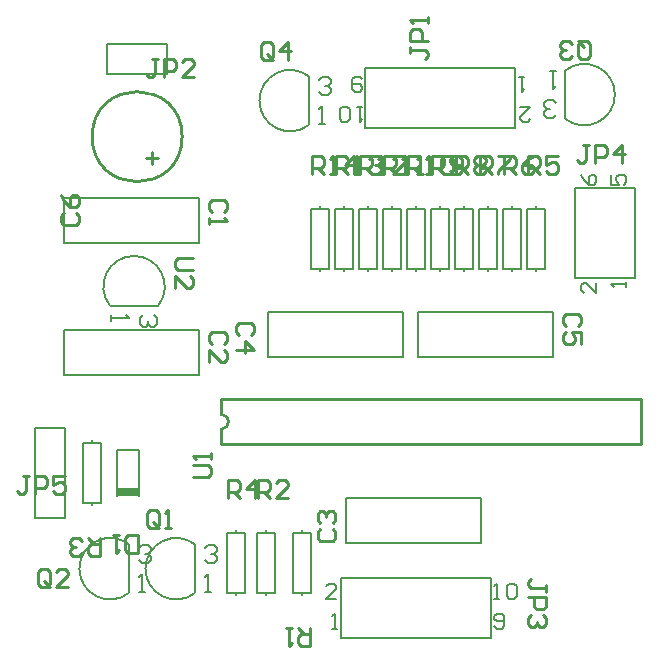
<source format=gto>
%FSLAX42Y42*%
%MOMM*%
G71*
G01*
G75*
%ADD10C,0.25*%
%ADD11C,0.51*%
%ADD12C,0.41*%
%ADD13C,1.40*%
%ADD14C,1.50*%
%ADD15R,1.50X1.50*%
%ADD16C,1.78*%
%ADD17O,1.00X2.00*%
%ADD18O,1.00X2.00*%
%ADD19C,1.20*%
%ADD20O,1.57X2.03*%
%ADD21R,1.57X2.03*%
%ADD22O,2.00X1.00*%
%ADD23O,2.00X1.00*%
%ADD24C,0.20*%
%ADD25C,0.20*%
%ADD26C,0.15*%
%ADD27R,1.90X0.80*%
D10*
X5334Y10160D02*
G03*
X5334Y10160I-381J0D01*
G01*
X5664Y7683D02*
G03*
X5664Y7811I0J63D01*
G01*
Y7557D02*
X9220D01*
Y7938D01*
X5664D02*
X9220D01*
X5664Y7811D02*
Y7938D01*
Y7557D02*
Y7683D01*
X4641Y6764D02*
Y6612D01*
X4564D01*
X4539Y6637D01*
Y6688D01*
X4564Y6713D01*
X4641D01*
X4590D02*
X4539Y6764D01*
X4488Y6637D02*
X4463Y6612D01*
X4412D01*
X4387Y6637D01*
Y6662D01*
X4412Y6688D01*
X4437D01*
X4412D01*
X4387Y6713D01*
Y6739D01*
X4412Y6764D01*
X4463D01*
X4488Y6739D01*
X4956Y6637D02*
Y6789D01*
X4879D01*
X4854Y6764D01*
Y6662D01*
X4879Y6637D01*
X4956D01*
X4803Y6789D02*
X4752D01*
X4778D01*
Y6637D01*
X4803Y6662D01*
X5131Y9982D02*
X5029D01*
X5080Y9931D02*
Y10033D01*
X4331Y9515D02*
X4305Y9489D01*
Y9439D01*
X4331Y9413D01*
X4432D01*
X4458Y9439D01*
Y9489D01*
X4432Y9515D01*
X4305Y9667D02*
X4331Y9616D01*
X4382Y9566D01*
X4432D01*
X4458Y9591D01*
Y9642D01*
X4432Y9667D01*
X4407D01*
X4382Y9642D01*
Y9566D01*
X4039Y7290D02*
X3988D01*
X4013D01*
Y7163D01*
X3988Y7137D01*
X3962D01*
X3937Y7163D01*
X4089Y7137D02*
Y7290D01*
X4166D01*
X4191Y7264D01*
Y7214D01*
X4166Y7188D01*
X4089D01*
X4343Y7290D02*
X4242D01*
Y7214D01*
X4292Y7239D01*
X4318D01*
X4343Y7214D01*
Y7163D01*
X4318Y7137D01*
X4267D01*
X4242Y7163D01*
X5687Y9522D02*
X5712Y9548D01*
Y9599D01*
X5687Y9624D01*
X5585D01*
X5560Y9599D01*
Y9548D01*
X5585Y9522D01*
X5560Y9472D02*
Y9421D01*
Y9446D01*
X5712D01*
X5687Y9472D01*
Y8405D02*
X5712Y8430D01*
Y8481D01*
X5687Y8506D01*
X5585D01*
X5560Y8481D01*
Y8430D01*
X5585Y8405D01*
X5560Y8253D02*
Y8354D01*
X5662Y8253D01*
X5687D01*
X5712Y8278D01*
Y8329D01*
X5687Y8354D01*
X6505Y6835D02*
X6480Y6810D01*
Y6759D01*
X6505Y6734D01*
X6607D01*
X6632Y6759D01*
Y6810D01*
X6607Y6835D01*
X6505Y6886D02*
X6480Y6911D01*
Y6962D01*
X6505Y6987D01*
X6530D01*
X6556Y6962D01*
Y6937D01*
Y6962D01*
X6581Y6987D01*
X6607D01*
X6632Y6962D01*
Y6911D01*
X6607Y6886D01*
X5918Y8484D02*
X5944Y8509D01*
Y8560D01*
X5918Y8585D01*
X5817D01*
X5791Y8560D01*
Y8509D01*
X5817Y8484D01*
X5791Y8357D02*
X5944D01*
X5867Y8433D01*
Y8331D01*
X8684Y8557D02*
X8710Y8583D01*
Y8633D01*
X8684Y8659D01*
X8583D01*
X8557Y8633D01*
Y8583D01*
X8583Y8557D01*
X8710Y8405D02*
Y8507D01*
X8633D01*
X8659Y8456D01*
Y8430D01*
X8633Y8405D01*
X8583D01*
X8557Y8430D01*
Y8481D01*
X8583Y8507D01*
X7264Y10922D02*
Y10871D01*
Y10897D01*
X7391D01*
X7417Y10871D01*
Y10846D01*
X7391Y10820D01*
X7417Y10973D02*
X7264D01*
Y11049D01*
X7290Y11074D01*
X7341D01*
X7366Y11049D01*
Y10973D01*
X7417Y11125D02*
Y11176D01*
Y11150D01*
X7264D01*
X7290Y11125D01*
X5131Y10820D02*
X5080D01*
X5105D01*
Y10693D01*
X5080Y10668D01*
X5055D01*
X5029Y10693D01*
X5182Y10668D02*
Y10820D01*
X5258D01*
X5283Y10795D01*
Y10744D01*
X5258Y10719D01*
X5182D01*
X5435Y10668D02*
X5334D01*
X5435Y10770D01*
Y10795D01*
X5410Y10820D01*
X5359D01*
X5334Y10795D01*
X8415Y6309D02*
Y6360D01*
Y6335D01*
X8288D01*
X8263Y6360D01*
Y6386D01*
X8288Y6411D01*
X8263Y6259D02*
X8415D01*
Y6182D01*
X8390Y6157D01*
X8339D01*
X8313Y6182D01*
Y6259D01*
X8390Y6106D02*
X8415Y6081D01*
Y6030D01*
X8390Y6005D01*
X8364D01*
X8339Y6030D01*
Y6055D01*
Y6030D01*
X8313Y6005D01*
X8288D01*
X8263Y6030D01*
Y6081D01*
X8288Y6106D01*
X8778Y10086D02*
X8727D01*
X8753D01*
Y9959D01*
X8727Y9934D01*
X8702D01*
X8677Y9959D01*
X8829Y9934D02*
Y10086D01*
X8905D01*
X8931Y10061D01*
Y10010D01*
X8905Y9985D01*
X8829D01*
X9058Y9934D02*
Y10086D01*
X8981Y10010D01*
X9083D01*
X5141Y6873D02*
Y6975D01*
X5116Y7000D01*
X5065D01*
X5039Y6975D01*
Y6873D01*
X5065Y6848D01*
X5116D01*
X5090Y6899D02*
X5141Y6848D01*
X5116D02*
X5141Y6873D01*
X5192Y6848D02*
X5242D01*
X5217D01*
Y7000D01*
X5192Y6975D01*
X4216Y6375D02*
Y6477D01*
X4191Y6502D01*
X4140D01*
X4115Y6477D01*
Y6375D01*
X4140Y6350D01*
X4191D01*
X4166Y6401D02*
X4216Y6350D01*
X4191D02*
X4216Y6375D01*
X4369Y6350D02*
X4267D01*
X4369Y6452D01*
Y6477D01*
X4343Y6502D01*
X4293D01*
X4267Y6477D01*
X8687Y10947D02*
Y10846D01*
X8712Y10820D01*
X8763D01*
X8788Y10846D01*
Y10947D01*
X8763Y10973D01*
X8712D01*
X8738Y10922D02*
X8687Y10973D01*
X8712D02*
X8687Y10947D01*
X8636Y10846D02*
X8611Y10820D01*
X8560D01*
X8534Y10846D01*
Y10871D01*
X8560Y10897D01*
X8585D01*
X8560D01*
X8534Y10922D01*
Y10947D01*
X8560Y10973D01*
X8611D01*
X8636Y10947D01*
X6106Y10836D02*
Y10937D01*
X6081Y10963D01*
X6030D01*
X6005Y10937D01*
Y10836D01*
X6030Y10810D01*
X6081D01*
X6055Y10861D02*
X6106Y10810D01*
X6081D02*
X6106Y10836D01*
X6233Y10810D02*
Y10963D01*
X6157Y10886D01*
X6258D01*
X6419Y6002D02*
Y5850D01*
X6342D01*
X6317Y5875D01*
Y5926D01*
X6342Y5951D01*
X6419D01*
X6368D02*
X6317Y6002D01*
X6266D02*
X6215D01*
X6241D01*
Y5850D01*
X6266Y5875D01*
X5977Y7104D02*
Y7257D01*
X6053D01*
X6078Y7231D01*
Y7181D01*
X6053Y7155D01*
X5977D01*
X6027D02*
X6078Y7104D01*
X6231D02*
X6129D01*
X6231Y7206D01*
Y7231D01*
X6205Y7257D01*
X6154D01*
X6129Y7231D01*
X5723Y7104D02*
Y7257D01*
X5799D01*
X5824Y7231D01*
Y7181D01*
X5799Y7155D01*
X5723D01*
X5773D02*
X5824Y7104D01*
X5951D02*
Y7257D01*
X5875Y7181D01*
X5977D01*
X8263Y9848D02*
Y10000D01*
X8339D01*
X8364Y9975D01*
Y9924D01*
X8339Y9898D01*
X8263D01*
X8313D02*
X8364Y9848D01*
X8517Y10000D02*
X8415D01*
Y9924D01*
X8466Y9949D01*
X8491D01*
X8517Y9924D01*
Y9873D01*
X8491Y9848D01*
X8440D01*
X8415Y9873D01*
X8059Y9848D02*
Y10000D01*
X8136D01*
X8161Y9975D01*
Y9924D01*
X8136Y9898D01*
X8059D01*
X8110D02*
X8161Y9848D01*
X8313Y10000D02*
X8263Y9975D01*
X8212Y9924D01*
Y9873D01*
X8237Y9848D01*
X8288D01*
X8313Y9873D01*
Y9898D01*
X8288Y9924D01*
X8212D01*
X7856Y9848D02*
Y10000D01*
X7932D01*
X7958Y9975D01*
Y9924D01*
X7932Y9898D01*
X7856D01*
X7907D02*
X7958Y9848D01*
X8009Y10000D02*
X8110D01*
Y9975D01*
X8009Y9873D01*
Y9848D01*
X7653D02*
Y10000D01*
X7729D01*
X7755Y9975D01*
Y9924D01*
X7729Y9898D01*
X7653D01*
X7704D02*
X7755Y9848D01*
X7805Y9975D02*
X7831Y10000D01*
X7882D01*
X7907Y9975D01*
Y9949D01*
X7882Y9924D01*
X7907Y9898D01*
Y9873D01*
X7882Y9848D01*
X7831D01*
X7805Y9873D01*
Y9898D01*
X7831Y9924D01*
X7805Y9949D01*
Y9975D01*
X7831Y9924D02*
X7882D01*
X7450Y9848D02*
Y10000D01*
X7526D01*
X7551Y9975D01*
Y9924D01*
X7526Y9898D01*
X7450D01*
X7501D02*
X7551Y9848D01*
X7602Y9873D02*
X7628Y9848D01*
X7678D01*
X7704Y9873D01*
Y9975D01*
X7678Y10000D01*
X7628D01*
X7602Y9975D01*
Y9949D01*
X7628Y9924D01*
X7704D01*
X7247Y9848D02*
Y10000D01*
X7323D01*
X7348Y9975D01*
Y9924D01*
X7323Y9898D01*
X7247D01*
X7297D02*
X7348Y9848D01*
X7399D02*
X7450D01*
X7424D01*
Y10000D01*
X7399Y9975D01*
X7526D02*
X7551Y10000D01*
X7602D01*
X7627Y9975D01*
Y9873D01*
X7602Y9848D01*
X7551D01*
X7526Y9873D01*
Y9975D01*
X7043Y9848D02*
Y10000D01*
X7120D01*
X7145Y9975D01*
Y9924D01*
X7120Y9898D01*
X7043D01*
X7094D02*
X7145Y9848D01*
X7196D02*
X7247D01*
X7221D01*
Y10000D01*
X7196Y9975D01*
X7323Y9848D02*
X7374D01*
X7348D01*
Y10000D01*
X7323Y9975D01*
X6840Y9848D02*
Y10000D01*
X6916D01*
X6942Y9975D01*
Y9924D01*
X6916Y9898D01*
X6840D01*
X6891D02*
X6942Y9848D01*
X6993D02*
X7043D01*
X7018D01*
Y10000D01*
X6993Y9975D01*
X7221Y9848D02*
X7120D01*
X7221Y9949D01*
Y9975D01*
X7196Y10000D01*
X7145D01*
X7120Y9975D01*
X6637Y9848D02*
Y10000D01*
X6713D01*
X6739Y9975D01*
Y9924D01*
X6713Y9898D01*
X6637D01*
X6688D02*
X6739Y9848D01*
X6789D02*
X6840D01*
X6815D01*
Y10000D01*
X6789Y9975D01*
X6916D02*
X6942Y10000D01*
X6993D01*
X7018Y9975D01*
Y9949D01*
X6993Y9924D01*
X6967D01*
X6993D01*
X7018Y9898D01*
Y9873D01*
X6993Y9848D01*
X6942D01*
X6916Y9873D01*
X6434Y9848D02*
Y10000D01*
X6510D01*
X6535Y9975D01*
Y9924D01*
X6510Y9898D01*
X6434D01*
X6485D02*
X6535Y9848D01*
X6586D02*
X6637D01*
X6612D01*
Y10000D01*
X6586Y9975D01*
X6789Y9848D02*
Y10000D01*
X6713Y9924D01*
X6815D01*
X5423Y7280D02*
X5550D01*
X5575Y7305D01*
Y7356D01*
X5550Y7381D01*
X5423D01*
X5575Y7432D02*
Y7483D01*
Y7457D01*
X5423D01*
X5448Y7432D01*
X5425Y9134D02*
X5298D01*
X5273Y9108D01*
Y9058D01*
X5298Y9032D01*
X5425D01*
X5273Y8880D02*
Y8981D01*
X5375Y8880D01*
X5400D01*
X5425Y8905D01*
Y8956D01*
X5400Y8981D01*
D24*
X5132Y8730D02*
G03*
X4723Y8730I-205J160D01*
G01*
X8578Y10311D02*
G03*
X8578Y10720I160J205D01*
G01*
X4884Y6707D02*
G03*
X4884Y6298I-160J-205D01*
G01*
X5443Y6707D02*
G03*
X5443Y6298I-160J-205D01*
G01*
X6408Y10670D02*
G03*
X6408Y10260I-160J-205D01*
G01*
X4572Y7061D02*
X4648D01*
Y7569D01*
X4496D02*
X4648D01*
X4496Y7061D02*
Y7569D01*
Y7061D02*
X4572D01*
Y7569D02*
Y7592D01*
Y7038D02*
Y7061D01*
X4782Y7120D02*
Y7510D01*
X4972Y7120D02*
Y7510D01*
X4782D02*
X4972D01*
X4089Y6934D02*
X4343D01*
X4089D02*
Y7696D01*
X4343D01*
Y6934D02*
Y7696D01*
X6350Y6299D02*
X6426D01*
Y6807D01*
X6274D02*
X6426D01*
X6274Y6299D02*
Y6807D01*
Y6299D02*
X6350D01*
Y6807D02*
Y6830D01*
Y6276D02*
Y6299D01*
X7950Y5918D02*
Y6426D01*
X6680Y5918D02*
Y6426D01*
X7950D01*
X6680Y5918D02*
X7950D01*
X4729Y8730D02*
X5127D01*
X5474Y8141D02*
Y8522D01*
X4331Y8141D02*
X5474D01*
X4331D02*
Y8522D01*
X5474D01*
Y9258D02*
Y9639D01*
X4331Y9258D02*
X5474D01*
X4331D02*
Y9639D01*
X5474D01*
X6058Y8674D02*
X7201D01*
X6058Y8293D02*
Y8674D01*
Y8293D02*
X7201D01*
Y8674D01*
X7328D02*
X8471D01*
X7328Y8293D02*
Y8674D01*
Y8293D02*
X8471D01*
Y8674D01*
X6718Y6718D02*
Y7099D01*
X7861D01*
Y6718D02*
Y7099D01*
X6718Y6718D02*
X7861D01*
X8578Y10317D02*
Y10715D01*
X8661Y9728D02*
X9169D01*
X8661Y8966D02*
X9169D01*
X8661D02*
Y9728D01*
X9169Y8966D02*
Y9728D01*
Y9241D02*
Y9728D01*
X4884Y6303D02*
Y6701D01*
X5791Y6807D02*
Y6830D01*
Y6276D02*
Y6299D01*
Y6807D02*
X5867D01*
Y6299D02*
Y6807D01*
X5715Y6299D02*
X5867D01*
X5715D02*
Y6807D01*
X5791D01*
X5443Y6303D02*
Y6701D01*
X6045Y6807D02*
Y6830D01*
Y6276D02*
Y6299D01*
Y6807D02*
X6121D01*
Y6299D02*
Y6807D01*
X5969Y6299D02*
X6121D01*
X5969D02*
Y6807D01*
X6045D01*
X6408Y10266D02*
Y10664D01*
X6502Y9550D02*
Y9573D01*
Y9020D02*
Y9042D01*
Y9550D02*
X6579D01*
Y9042D02*
Y9550D01*
X6426Y9042D02*
X6579D01*
X6426D02*
Y9550D01*
X6502D01*
X6706D02*
Y9573D01*
Y9020D02*
Y9042D01*
Y9550D02*
X6782D01*
Y9042D02*
Y9550D01*
X6629Y9042D02*
X6782D01*
X6629D02*
Y9550D01*
X6706D01*
X6909D02*
Y9573D01*
Y9020D02*
Y9042D01*
Y9550D02*
X6985D01*
Y9042D02*
Y9550D01*
X6833Y9042D02*
X6985D01*
X6833D02*
Y9550D01*
X6909D01*
X7112D02*
Y9573D01*
Y9020D02*
Y9042D01*
Y9550D02*
X7188D01*
Y9042D02*
Y9550D01*
X7036Y9042D02*
X7188D01*
X7036D02*
Y9550D01*
X7112D01*
X7315D02*
Y9573D01*
Y9020D02*
Y9042D01*
Y9550D02*
X7391D01*
Y9042D02*
Y9550D01*
X7239Y9042D02*
X7391D01*
X7239D02*
Y9550D01*
X7315D01*
X7518D02*
Y9573D01*
Y9020D02*
Y9042D01*
Y9550D02*
X7595D01*
Y9042D02*
Y9550D01*
X7442Y9042D02*
X7595D01*
X7442D02*
Y9550D01*
X7518D01*
X7722D02*
Y9573D01*
Y9020D02*
Y9042D01*
Y9550D02*
X7798D01*
Y9042D02*
Y9550D01*
X7645Y9042D02*
X7798D01*
X7645D02*
Y9550D01*
X7722D01*
X4699Y10947D02*
X5207D01*
X4699Y10693D02*
Y10947D01*
Y10693D02*
X5207D01*
Y10947D01*
X7925Y9550D02*
Y9573D01*
Y9020D02*
Y9042D01*
Y9550D02*
X8001D01*
Y9042D02*
Y9550D01*
X7849Y9042D02*
X8001D01*
X7849D02*
Y9550D01*
X7925D01*
X8331D02*
Y9573D01*
Y9020D02*
Y9042D01*
Y9550D02*
X8407D01*
Y9042D02*
Y9550D01*
X8255Y9042D02*
X8407D01*
X8255D02*
Y9550D01*
X8331D01*
X8128D02*
Y9573D01*
Y9020D02*
Y9042D01*
Y9550D02*
X8204D01*
Y9042D02*
Y9550D01*
X8052Y9042D02*
X8204D01*
X8052D02*
Y9550D01*
X8128D01*
X6883Y10744D02*
X8153D01*
X6883Y10236D02*
X8153D01*
Y10744D01*
X6883Y10236D02*
Y10744D01*
D25*
X6638Y6248D02*
X6553D01*
X6638Y6333D01*
Y6354D01*
X6617Y6375D01*
X6574D01*
X6553Y6354D01*
X6604Y5994D02*
X6646D01*
X6625D01*
Y6121D01*
X6604Y6100D01*
X7976Y6016D02*
X7997Y5994D01*
X8039D01*
X8060Y6016D01*
Y6100D01*
X8039Y6121D01*
X7997D01*
X7976Y6100D01*
Y6079D01*
X7997Y6058D01*
X8060D01*
X7976Y6248D02*
X8018D01*
X7997D01*
Y6375D01*
X7976Y6354D01*
X8081D02*
X8103Y6375D01*
X8145D01*
X8166Y6354D01*
Y6270D01*
X8145Y6248D01*
X8103D01*
X8081Y6270D01*
Y6354D01*
X8712Y9838D02*
X8733Y9796D01*
X8776Y9754D01*
X8818D01*
X8839Y9775D01*
Y9817D01*
X8818Y9838D01*
X8797D01*
X8776Y9817D01*
Y9754D01*
X8966Y9838D02*
Y9754D01*
X9030D01*
X9009Y9796D01*
Y9817D01*
X9030Y9838D01*
X9072D01*
X9093Y9817D01*
Y9775D01*
X9072Y9754D01*
X8839Y8924D02*
Y8839D01*
X8755Y8924D01*
X8733D01*
X8712Y8903D01*
Y8860D01*
X8733Y8839D01*
X9093Y8890D02*
Y8932D01*
Y8911D01*
X8966D01*
X8987Y8890D01*
X6858Y10414D02*
X6816D01*
X6837D01*
Y10287D01*
X6858Y10308D01*
X6752D02*
X6731Y10287D01*
X6689D01*
X6668Y10308D01*
Y10393D01*
X6689Y10414D01*
X6731D01*
X6752Y10393D01*
Y10308D01*
X6858Y10647D02*
X6837Y10668D01*
X6795D01*
X6773Y10647D01*
Y10562D01*
X6795Y10541D01*
X6837D01*
X6858Y10562D01*
Y10583D01*
X6837Y10605D01*
X6773D01*
X8230Y10668D02*
X8187D01*
X8208D01*
Y10541D01*
X8230Y10562D01*
X8196Y10414D02*
X8280D01*
X8196Y10329D01*
Y10308D01*
X8217Y10287D01*
X8259D01*
X8280Y10308D01*
D26*
X4730Y8648D02*
Y8598D01*
Y8623D01*
X4880D01*
X4855Y8648D01*
X5099D02*
X5124Y8623D01*
Y8573D01*
X5099Y8548D01*
X5074D01*
X5049Y8573D01*
Y8598D01*
Y8573D01*
X5024Y8548D01*
X4999D01*
X4974Y8573D01*
Y8623D01*
X4999Y8648D01*
X8496Y10713D02*
X8446D01*
X8471D01*
Y10564D01*
X8496Y10589D01*
Y10344D02*
X8471Y10319D01*
X8421D01*
X8396Y10344D01*
Y10369D01*
X8421Y10394D01*
X8446D01*
X8421D01*
X8396Y10419D01*
Y10444D01*
X8421Y10469D01*
X8471D01*
X8496Y10444D01*
X4967Y6674D02*
X4991Y6699D01*
X5041D01*
X5066Y6674D01*
Y6649D01*
X5041Y6624D01*
X5016D01*
X5041D01*
X5066Y6599D01*
Y6574D01*
X5041Y6549D01*
X4991D01*
X4967Y6574D01*
Y6305D02*
X5016D01*
X4991D01*
Y6454D01*
X4967Y6429D01*
X5525Y6674D02*
X5550Y6699D01*
X5600D01*
X5625Y6674D01*
Y6649D01*
X5600Y6624D01*
X5575D01*
X5600D01*
X5625Y6599D01*
Y6574D01*
X5600Y6549D01*
X5550D01*
X5525Y6574D01*
Y6305D02*
X5575D01*
X5550D01*
Y6454D01*
X5525Y6429D01*
X6490Y10636D02*
X6515Y10661D01*
X6565D01*
X6590Y10636D01*
Y10611D01*
X6565Y10586D01*
X6540D01*
X6565D01*
X6590Y10561D01*
Y10536D01*
X6565Y10511D01*
X6515D01*
X6490Y10536D01*
Y10267D02*
X6540D01*
X6515D01*
Y10417D01*
X6490Y10392D01*
D27*
X4877Y7150D02*
D03*
M02*

</source>
